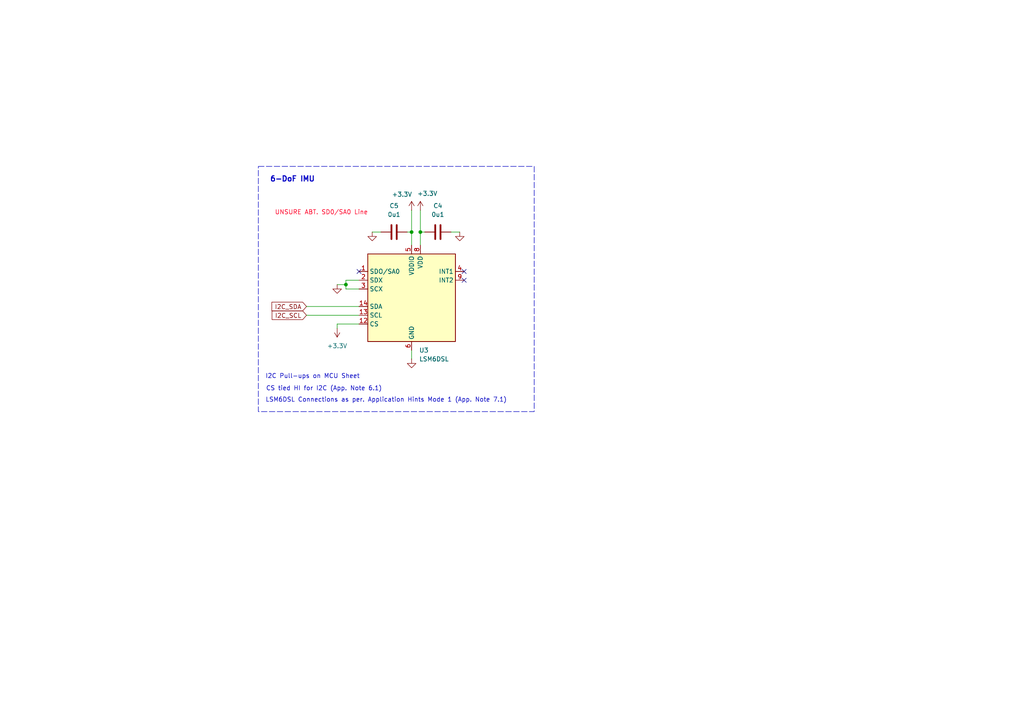
<source format=kicad_sch>
(kicad_sch (version 20231120) (generator "eeschema") (generator_version "8.0")
  (paper "A4")
  (lib_symbols
    (symbol "Device:C" (pin_numbers hide) (pin_names (offset 0.254))
      (property "Reference" "C" (at 0.635 2.54 0))
      (property "Value" "C" (at 0.635 -2.54 0))
      (symbol "C_0_1"
        (polyline (pts (xy -2.032 -0.762) (xy 2.032 -0.762)) (stroke (width 0.508)))
        (polyline (pts (xy -2.032 0.762) (xy 2.032 0.762)) (stroke (width 0.508)))
      )
      (symbol "C_1_1"
        (pin passive line (at 0 3.81 270) (length 2.794) (name "~") (number "1"))
        (pin passive line (at 0 -3.81 90) (length 2.794) (name "~") (number "2"))
      )
    )
    (symbol "Sensor_Motion:LSM6DSL"
      (property "Reference" "U" (at -11.43 15.24 0))
      (property "Value" "LSM6DSL" (at -11.43 12.7 0))
      (symbol "LSM6DSL_0_1"
        (rectangle (start -12.7 12.7) (end 12.7 -12.7) (stroke (width 0.254)) (fill (type background)))
      )
      (symbol "LSM6DSL_1_1"
        (pin bidirectional line (at -15.24 7.62 0) (length 2.54) (name "SDO/SA0") (number "1"))
        (pin no_connect line (at 12.7 -5.08 180) (length 3.81) hide (name "NC") (number "10"))
        (pin no_connect line (at 12.7 -2.54 180) (length 3.81) hide (name "NC") (number "11"))
        (pin input line (at -15.24 -7.62 0) (length 2.54) (name "CS") (number "12"))
        (pin input line (at -15.24 -5.08 0) (length 2.54) (name "SCL") (number "13"))
        (pin bidirectional line (at -15.24 -2.54 0) (length 2.54) (name "SDA") (number "14"))
        (pin bidirectional line (at -15.24 5.08 0) (length 2.54) (name "SDX") (number "2"))
        (pin input line (at -15.24 2.54 0) (length 2.54) (name "SCX") (number "3"))
        (pin output line (at 15.24 7.62 180) (length 2.54) (name "INT1") (number "4"))
        (pin power_in line (at 0 15.24 270) (length 2.54) (name "VDDIO") (number "5"))
        (pin power_in line (at 0 -15.24 90) (length 2.54) (name "GND") (number "6"))
        (pin passive line (at 0 -15.24 90) (length 2.54) hide (name "GND") (number "7"))
        (pin power_in line (at 2.54 15.24 270) (length 2.54) (name "VDD") (number "8"))
        (pin output line (at 15.24 5.08 180) (length 2.54) (name "INT2") (number "9"))
      )
    )
    (symbol "power:+3.3V" (power) (pin_numbers hide) (pin_names (offset 0) hide)
      (property "Value" "+3.3V" (at 0 3.556 0))
      (symbol "+3.3V_0_1"
        (polyline (pts (xy -0.762 1.27) (xy 0 2.54)))
        (polyline (pts (xy 0 0) (xy 0 2.54)))
        (polyline (pts (xy 0 2.54) (xy 0.762 1.27)))
      )
      (symbol "+3.3V_1_1"
        (pin power_in line (at 0 0 90) (length 0) (name "~") (number "1"))
      )
    )
    (symbol "power:GND" (power) (pin_numbers hide) (pin_names (offset 0) hide)
      (property "Value" "GND" (at 0 -3.81 0))
      (symbol "GND_0_1"
        (polyline (pts (xy 0 0) (xy 0 -1.27) (xy 1.27 -1.27) (xy 0 -2.54) (xy -1.27 -1.27) (xy 0 -1.27)))
      )
      (symbol "GND_1_1"
        (pin power_in line (at 0 0 270) (length 0) (name "~") (number "1"))
      )
    )
  )
  (junction (at 121.92 67.31))
  (junction (at 100.33 82.55))
  (junction (at 119.38 67.31))
  (no_connect (at 134.62 78.74))
  (no_connect (at 104.14 78.74))
  (no_connect (at 134.62 81.28))
  (wire (pts (xy 97.79 82.55) (xy 100.33 82.55)))
  (wire (pts (xy 119.38 67.31) (xy 119.38 71.12)))
  (wire (pts (xy 118.11 67.31) (xy 119.38 67.31)))
  (wire (pts (xy 100.33 83.82) (xy 104.14 83.82)))
  (wire (pts (xy 119.38 60.96) (xy 119.38 67.31)))
  (wire (pts (xy 130.81 67.31) (xy 133.35 67.31)))
  (wire (pts (xy 107.95 67.31) (xy 110.49 67.31)))
  (wire (pts (xy 97.79 93.98) (xy 104.14 93.98)))
  (wire (pts (xy 121.92 67.31) (xy 123.19 67.31)))
  (wire (pts (xy 119.38 101.6) (xy 119.38 104.14)))
  (wire (pts (xy 88.9 91.44) (xy 104.14 91.44)))
  (wire (pts (xy 100.33 82.55) (xy 100.33 83.82)))
  (wire (pts (xy 97.79 95.25) (xy 97.79 93.98)))
  (wire (pts (xy 121.92 67.31) (xy 121.92 71.12)))
  (wire (pts (xy 104.14 81.28) (xy 100.33 81.28)))
  (wire (pts (xy 121.92 60.96) (xy 121.92 67.31)))
  (wire (pts (xy 88.9 88.9) (xy 104.14 88.9)))
  (wire (pts (xy 100.33 81.28) (xy 100.33 82.55)))
  (rectangle (start 74.93 48.26) (end 154.94 119.38) (stroke (width 0) (type dash)))
  (text "LSM6DSL Connections as per. Application Hints Mode 1 (App. Note 7.1)" (at 112.014 116.078 0) (effects (font (size 1.27 1.27))))
  (text "CS tied HI for I2C (App. Note 6.1)" (at 93.98 112.776 0) (effects (font (size 1.27 1.27))))
  (text "I2C Pull-ups on MCU Sheet" (at 90.678 109.22 0) (effects (font (size 1.27 1.27))))
  (text "6-DoF IMU" (at 84.836 52.07 0) (effects (font (size 1.524 1.524) (thickness 0.3048) (bold yes))))
  (text "UNSURE ABT. SD0/SA0 Line" (at 93.218 61.722 0) (effects (font (size 1.27 1.27))))
  (global_label "I2C_SDA" (shape input) (at 88.9 88.9 180) (property "Intersheetrefs" "${INTERSHEET_REFS}" (effects (hide yes))))
  (global_label "I2C_SCL" (shape input) (at 88.9 91.44 180) (property "Intersheetrefs" "${INTERSHEET_REFS}" (effects (hide yes))))
  (symbol (lib_id "Device:C") (at 114.3 67.31 270) (unit 1)
    (property "Reference" "C5" (at 114.3 59.69 90))
    (property "Value" "0u1" (at 114.3 62.23 90))
    (property "Description" "Unpolarized capacitor" (effects (hide yes)))
  )
  (symbol (lib_id "Device:C") (at 127 67.31 270) (unit 1)
    (property "Reference" "C4" (at 127 59.69 90))
    (property "Value" "0u1" (at 127 62.23 90))
    (property "Description" "Unpolarized capacitor" (effects (hide yes)))
  )
  (symbol (lib_id "power:GND") (at 107.95 67.31 0) (unit 1)
    (property "Reference" "#PWR026" (effects (hide yes)))
    (property "Value" "GND" (effects (hide yes)))
    (property "Description" "Power symbol creates a global label with name \"GND\" , ground" (effects (hide yes)))
  )
  (symbol (lib_id "power:+3.3V") (at 121.92 60.96 0) (unit 1)
    (property "Reference" "#PWR020" (effects (hide yes)))
    (property "Value" "+3.3V" (at 123.952 56.134 0))
    (property "Description" "Power symbol creates a global label with name \"+3.3V\"" (effects (hide yes)))
  )
  (symbol (lib_id "power:+3.3V") (at 97.79 95.25 0) (mirror x) (unit 1)
    (property "Reference" "#PWR024" (effects (hide yes)))
    (property "Value" "+3.3V" (at 97.79 100.33 0))
    (property "Description" "Power symbol creates a global label with name \"+3.3V\"" (effects (hide yes)))
  )
  (symbol (lib_id "power:GND") (at 97.79 82.55 0) (unit 1)
    (property "Reference" "#PWR022" (effects (hide yes)))
    (property "Value" "GND" (effects (hide yes)))
    (property "Description" "Power symbol creates a global label with name \"GND\" , ground" (effects (hide yes)))
  )
  (symbol (lib_id "power:+3.3V") (at 119.38 60.96 0) (unit 1)
    (property "Reference" "#PWR025" (effects (hide yes)))
    (property "Value" "+3.3V" (at 116.586 56.388 0))
    (property "Description" "Power symbol creates a global label with name \"+3.3V\"" (effects (hide yes)))
  )
  (symbol (lib_id "Sensor_Motion:LSM6DSL") (at 119.38 86.36 0) (unit 1)
    (property "Reference" "U3" (at 121.5741 101.6 0) (effects (justify left)))
    (property "Value" "LSM6DSL" (at 121.5741 104.14 0) (effects (justify left)))
    (property "Footprint" "Package_LGA:LGA-14_3x2.5mm_P0.5mm_LayoutBorder3x4y" (effects (hide yes)))
    (property "Datasheet" "https://www.st.com/resource/en/datasheet/lsm6dsl.pdf" (effects (hide yes)))
    (property "Description" "I2C/SPI, iNEMO inertial module: always-on 3D accelerometer and 3D gyroscope, 1.71V to 3.6V VCC" (effects (hide yes)))
  )
  (symbol (lib_id "power:GND") (at 119.38 104.14 0) (unit 1)
    (property "Reference" "#PWR023" (effects (hide yes)))
    (property "Value" "GND" (effects (hide yes)))
    (property "Description" "Power symbol creates a global label with name \"GND\" , ground" (effects (hide yes)))
  )
  (symbol (lib_id "power:GND") (at 133.35 67.31 0) (unit 1)
    (property "Reference" "#PWR021" (effects (hide yes)))
    (property "Value" "GND" (effects (hide yes)))
    (property "Description" "Power symbol creates a global label with name \"GND\" , ground" (effects (hide yes)))
  )
)
</source>
